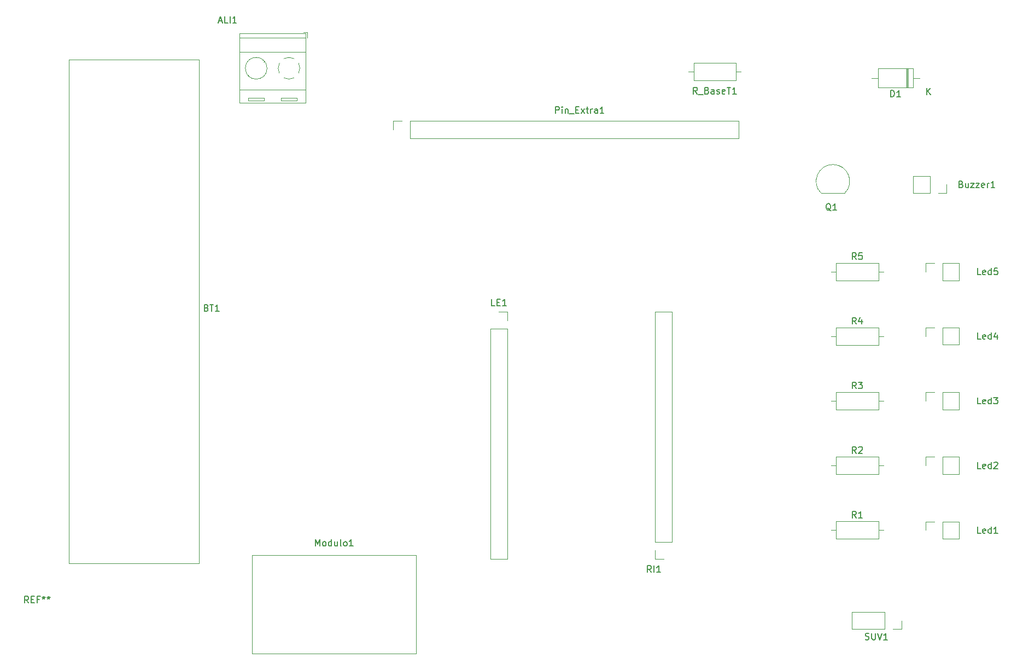
<source format=gbr>
%TF.GenerationSoftware,KiCad,Pcbnew,8.0.8*%
%TF.CreationDate,2025-02-13T16:42:56-05:00*%
%TF.ProjectId,Dise_o Sensor UV,44697365-f16f-4205-9365-6e736f722055,rev?*%
%TF.SameCoordinates,Original*%
%TF.FileFunction,Legend,Top*%
%TF.FilePolarity,Positive*%
%FSLAX46Y46*%
G04 Gerber Fmt 4.6, Leading zero omitted, Abs format (unit mm)*
G04 Created by KiCad (PCBNEW 8.0.8) date 2025-02-13 16:42:56*
%MOMM*%
%LPD*%
G01*
G04 APERTURE LIST*
%ADD10C,0.150000*%
%ADD11C,0.120000*%
G04 APERTURE END LIST*
D10*
X246333333Y-94584819D02*
X246000000Y-94108628D01*
X245761905Y-94584819D02*
X245761905Y-93584819D01*
X245761905Y-93584819D02*
X246142857Y-93584819D01*
X246142857Y-93584819D02*
X246238095Y-93632438D01*
X246238095Y-93632438D02*
X246285714Y-93680057D01*
X246285714Y-93680057D02*
X246333333Y-93775295D01*
X246333333Y-93775295D02*
X246333333Y-93918152D01*
X246333333Y-93918152D02*
X246285714Y-94013390D01*
X246285714Y-94013390D02*
X246238095Y-94061009D01*
X246238095Y-94061009D02*
X246142857Y-94108628D01*
X246142857Y-94108628D02*
X245761905Y-94108628D01*
X246666667Y-93584819D02*
X247285714Y-93584819D01*
X247285714Y-93584819D02*
X246952381Y-93965771D01*
X246952381Y-93965771D02*
X247095238Y-93965771D01*
X247095238Y-93965771D02*
X247190476Y-94013390D01*
X247190476Y-94013390D02*
X247238095Y-94061009D01*
X247238095Y-94061009D02*
X247285714Y-94156247D01*
X247285714Y-94156247D02*
X247285714Y-94394342D01*
X247285714Y-94394342D02*
X247238095Y-94489580D01*
X247238095Y-94489580D02*
X247190476Y-94537200D01*
X247190476Y-94537200D02*
X247095238Y-94584819D01*
X247095238Y-94584819D02*
X246809524Y-94584819D01*
X246809524Y-94584819D02*
X246714286Y-94537200D01*
X246714286Y-94537200D02*
X246666667Y-94489580D01*
X265622380Y-76954819D02*
X265146190Y-76954819D01*
X265146190Y-76954819D02*
X265146190Y-75954819D01*
X266336666Y-76907200D02*
X266241428Y-76954819D01*
X266241428Y-76954819D02*
X266050952Y-76954819D01*
X266050952Y-76954819D02*
X265955714Y-76907200D01*
X265955714Y-76907200D02*
X265908095Y-76811961D01*
X265908095Y-76811961D02*
X265908095Y-76431009D01*
X265908095Y-76431009D02*
X265955714Y-76335771D01*
X265955714Y-76335771D02*
X266050952Y-76288152D01*
X266050952Y-76288152D02*
X266241428Y-76288152D01*
X266241428Y-76288152D02*
X266336666Y-76335771D01*
X266336666Y-76335771D02*
X266384285Y-76431009D01*
X266384285Y-76431009D02*
X266384285Y-76526247D01*
X266384285Y-76526247D02*
X265908095Y-76621485D01*
X267241428Y-76954819D02*
X267241428Y-75954819D01*
X267241428Y-76907200D02*
X267146190Y-76954819D01*
X267146190Y-76954819D02*
X266955714Y-76954819D01*
X266955714Y-76954819D02*
X266860476Y-76907200D01*
X266860476Y-76907200D02*
X266812857Y-76859580D01*
X266812857Y-76859580D02*
X266765238Y-76764342D01*
X266765238Y-76764342D02*
X266765238Y-76478628D01*
X266765238Y-76478628D02*
X266812857Y-76383390D01*
X266812857Y-76383390D02*
X266860476Y-76335771D01*
X266860476Y-76335771D02*
X266955714Y-76288152D01*
X266955714Y-76288152D02*
X267146190Y-76288152D01*
X267146190Y-76288152D02*
X267241428Y-76335771D01*
X268193809Y-75954819D02*
X267717619Y-75954819D01*
X267717619Y-75954819D02*
X267670000Y-76431009D01*
X267670000Y-76431009D02*
X267717619Y-76383390D01*
X267717619Y-76383390D02*
X267812857Y-76335771D01*
X267812857Y-76335771D02*
X268050952Y-76335771D01*
X268050952Y-76335771D02*
X268146190Y-76383390D01*
X268146190Y-76383390D02*
X268193809Y-76431009D01*
X268193809Y-76431009D02*
X268241428Y-76526247D01*
X268241428Y-76526247D02*
X268241428Y-76764342D01*
X268241428Y-76764342D02*
X268193809Y-76859580D01*
X268193809Y-76859580D02*
X268146190Y-76907200D01*
X268146190Y-76907200D02*
X268050952Y-76954819D01*
X268050952Y-76954819D02*
X267812857Y-76954819D01*
X267812857Y-76954819D02*
X267717619Y-76907200D01*
X267717619Y-76907200D02*
X267670000Y-76859580D01*
X214595238Y-123014819D02*
X214261905Y-122538628D01*
X214023810Y-123014819D02*
X214023810Y-122014819D01*
X214023810Y-122014819D02*
X214404762Y-122014819D01*
X214404762Y-122014819D02*
X214500000Y-122062438D01*
X214500000Y-122062438D02*
X214547619Y-122110057D01*
X214547619Y-122110057D02*
X214595238Y-122205295D01*
X214595238Y-122205295D02*
X214595238Y-122348152D01*
X214595238Y-122348152D02*
X214547619Y-122443390D01*
X214547619Y-122443390D02*
X214500000Y-122491009D01*
X214500000Y-122491009D02*
X214404762Y-122538628D01*
X214404762Y-122538628D02*
X214023810Y-122538628D01*
X215023810Y-123014819D02*
X215023810Y-122014819D01*
X216023809Y-123014819D02*
X215452381Y-123014819D01*
X215738095Y-123014819D02*
X215738095Y-122014819D01*
X215738095Y-122014819D02*
X215642857Y-122157676D01*
X215642857Y-122157676D02*
X215547619Y-122252914D01*
X215547619Y-122252914D02*
X215452381Y-122300533D01*
X246333333Y-104584819D02*
X246000000Y-104108628D01*
X245761905Y-104584819D02*
X245761905Y-103584819D01*
X245761905Y-103584819D02*
X246142857Y-103584819D01*
X246142857Y-103584819D02*
X246238095Y-103632438D01*
X246238095Y-103632438D02*
X246285714Y-103680057D01*
X246285714Y-103680057D02*
X246333333Y-103775295D01*
X246333333Y-103775295D02*
X246333333Y-103918152D01*
X246333333Y-103918152D02*
X246285714Y-104013390D01*
X246285714Y-104013390D02*
X246238095Y-104061009D01*
X246238095Y-104061009D02*
X246142857Y-104108628D01*
X246142857Y-104108628D02*
X245761905Y-104108628D01*
X246714286Y-103680057D02*
X246761905Y-103632438D01*
X246761905Y-103632438D02*
X246857143Y-103584819D01*
X246857143Y-103584819D02*
X247095238Y-103584819D01*
X247095238Y-103584819D02*
X247190476Y-103632438D01*
X247190476Y-103632438D02*
X247238095Y-103680057D01*
X247238095Y-103680057D02*
X247285714Y-103775295D01*
X247285714Y-103775295D02*
X247285714Y-103870533D01*
X247285714Y-103870533D02*
X247238095Y-104013390D01*
X247238095Y-104013390D02*
X246666667Y-104584819D01*
X246666667Y-104584819D02*
X247285714Y-104584819D01*
X246333333Y-84584819D02*
X246000000Y-84108628D01*
X245761905Y-84584819D02*
X245761905Y-83584819D01*
X245761905Y-83584819D02*
X246142857Y-83584819D01*
X246142857Y-83584819D02*
X246238095Y-83632438D01*
X246238095Y-83632438D02*
X246285714Y-83680057D01*
X246285714Y-83680057D02*
X246333333Y-83775295D01*
X246333333Y-83775295D02*
X246333333Y-83918152D01*
X246333333Y-83918152D02*
X246285714Y-84013390D01*
X246285714Y-84013390D02*
X246238095Y-84061009D01*
X246238095Y-84061009D02*
X246142857Y-84108628D01*
X246142857Y-84108628D02*
X245761905Y-84108628D01*
X247190476Y-83918152D02*
X247190476Y-84584819D01*
X246952381Y-83537200D02*
X246714286Y-84251485D01*
X246714286Y-84251485D02*
X247333333Y-84251485D01*
X145714285Y-82076009D02*
X145857142Y-82123628D01*
X145857142Y-82123628D02*
X145904761Y-82171247D01*
X145904761Y-82171247D02*
X145952380Y-82266485D01*
X145952380Y-82266485D02*
X145952380Y-82409342D01*
X145952380Y-82409342D02*
X145904761Y-82504580D01*
X145904761Y-82504580D02*
X145857142Y-82552200D01*
X145857142Y-82552200D02*
X145761904Y-82599819D01*
X145761904Y-82599819D02*
X145380952Y-82599819D01*
X145380952Y-82599819D02*
X145380952Y-81599819D01*
X145380952Y-81599819D02*
X145714285Y-81599819D01*
X145714285Y-81599819D02*
X145809523Y-81647438D01*
X145809523Y-81647438D02*
X145857142Y-81695057D01*
X145857142Y-81695057D02*
X145904761Y-81790295D01*
X145904761Y-81790295D02*
X145904761Y-81885533D01*
X145904761Y-81885533D02*
X145857142Y-81980771D01*
X145857142Y-81980771D02*
X145809523Y-82028390D01*
X145809523Y-82028390D02*
X145714285Y-82076009D01*
X145714285Y-82076009D02*
X145380952Y-82076009D01*
X146238095Y-81599819D02*
X146809523Y-81599819D01*
X146523809Y-82599819D02*
X146523809Y-81599819D01*
X147666666Y-82599819D02*
X147095238Y-82599819D01*
X147380952Y-82599819D02*
X147380952Y-81599819D01*
X147380952Y-81599819D02*
X147285714Y-81742676D01*
X147285714Y-81742676D02*
X147190476Y-81837914D01*
X147190476Y-81837914D02*
X147095238Y-81885533D01*
X221705713Y-48954819D02*
X221372380Y-48478628D01*
X221134285Y-48954819D02*
X221134285Y-47954819D01*
X221134285Y-47954819D02*
X221515237Y-47954819D01*
X221515237Y-47954819D02*
X221610475Y-48002438D01*
X221610475Y-48002438D02*
X221658094Y-48050057D01*
X221658094Y-48050057D02*
X221705713Y-48145295D01*
X221705713Y-48145295D02*
X221705713Y-48288152D01*
X221705713Y-48288152D02*
X221658094Y-48383390D01*
X221658094Y-48383390D02*
X221610475Y-48431009D01*
X221610475Y-48431009D02*
X221515237Y-48478628D01*
X221515237Y-48478628D02*
X221134285Y-48478628D01*
X221896190Y-49050057D02*
X222658094Y-49050057D01*
X223229523Y-48431009D02*
X223372380Y-48478628D01*
X223372380Y-48478628D02*
X223419999Y-48526247D01*
X223419999Y-48526247D02*
X223467618Y-48621485D01*
X223467618Y-48621485D02*
X223467618Y-48764342D01*
X223467618Y-48764342D02*
X223419999Y-48859580D01*
X223419999Y-48859580D02*
X223372380Y-48907200D01*
X223372380Y-48907200D02*
X223277142Y-48954819D01*
X223277142Y-48954819D02*
X222896190Y-48954819D01*
X222896190Y-48954819D02*
X222896190Y-47954819D01*
X222896190Y-47954819D02*
X223229523Y-47954819D01*
X223229523Y-47954819D02*
X223324761Y-48002438D01*
X223324761Y-48002438D02*
X223372380Y-48050057D01*
X223372380Y-48050057D02*
X223419999Y-48145295D01*
X223419999Y-48145295D02*
X223419999Y-48240533D01*
X223419999Y-48240533D02*
X223372380Y-48335771D01*
X223372380Y-48335771D02*
X223324761Y-48383390D01*
X223324761Y-48383390D02*
X223229523Y-48431009D01*
X223229523Y-48431009D02*
X222896190Y-48431009D01*
X224324761Y-48954819D02*
X224324761Y-48431009D01*
X224324761Y-48431009D02*
X224277142Y-48335771D01*
X224277142Y-48335771D02*
X224181904Y-48288152D01*
X224181904Y-48288152D02*
X223991428Y-48288152D01*
X223991428Y-48288152D02*
X223896190Y-48335771D01*
X224324761Y-48907200D02*
X224229523Y-48954819D01*
X224229523Y-48954819D02*
X223991428Y-48954819D01*
X223991428Y-48954819D02*
X223896190Y-48907200D01*
X223896190Y-48907200D02*
X223848571Y-48811961D01*
X223848571Y-48811961D02*
X223848571Y-48716723D01*
X223848571Y-48716723D02*
X223896190Y-48621485D01*
X223896190Y-48621485D02*
X223991428Y-48573866D01*
X223991428Y-48573866D02*
X224229523Y-48573866D01*
X224229523Y-48573866D02*
X224324761Y-48526247D01*
X224753333Y-48907200D02*
X224848571Y-48954819D01*
X224848571Y-48954819D02*
X225039047Y-48954819D01*
X225039047Y-48954819D02*
X225134285Y-48907200D01*
X225134285Y-48907200D02*
X225181904Y-48811961D01*
X225181904Y-48811961D02*
X225181904Y-48764342D01*
X225181904Y-48764342D02*
X225134285Y-48669104D01*
X225134285Y-48669104D02*
X225039047Y-48621485D01*
X225039047Y-48621485D02*
X224896190Y-48621485D01*
X224896190Y-48621485D02*
X224800952Y-48573866D01*
X224800952Y-48573866D02*
X224753333Y-48478628D01*
X224753333Y-48478628D02*
X224753333Y-48431009D01*
X224753333Y-48431009D02*
X224800952Y-48335771D01*
X224800952Y-48335771D02*
X224896190Y-48288152D01*
X224896190Y-48288152D02*
X225039047Y-48288152D01*
X225039047Y-48288152D02*
X225134285Y-48335771D01*
X225991428Y-48907200D02*
X225896190Y-48954819D01*
X225896190Y-48954819D02*
X225705714Y-48954819D01*
X225705714Y-48954819D02*
X225610476Y-48907200D01*
X225610476Y-48907200D02*
X225562857Y-48811961D01*
X225562857Y-48811961D02*
X225562857Y-48431009D01*
X225562857Y-48431009D02*
X225610476Y-48335771D01*
X225610476Y-48335771D02*
X225705714Y-48288152D01*
X225705714Y-48288152D02*
X225896190Y-48288152D01*
X225896190Y-48288152D02*
X225991428Y-48335771D01*
X225991428Y-48335771D02*
X226039047Y-48431009D01*
X226039047Y-48431009D02*
X226039047Y-48526247D01*
X226039047Y-48526247D02*
X225562857Y-48621485D01*
X226324762Y-47954819D02*
X226896190Y-47954819D01*
X226610476Y-48954819D02*
X226610476Y-47954819D01*
X227753333Y-48954819D02*
X227181905Y-48954819D01*
X227467619Y-48954819D02*
X227467619Y-47954819D01*
X227467619Y-47954819D02*
X227372381Y-48097676D01*
X227372381Y-48097676D02*
X227277143Y-48192914D01*
X227277143Y-48192914D02*
X227181905Y-48240533D01*
X246333333Y-74584819D02*
X246000000Y-74108628D01*
X245761905Y-74584819D02*
X245761905Y-73584819D01*
X245761905Y-73584819D02*
X246142857Y-73584819D01*
X246142857Y-73584819D02*
X246238095Y-73632438D01*
X246238095Y-73632438D02*
X246285714Y-73680057D01*
X246285714Y-73680057D02*
X246333333Y-73775295D01*
X246333333Y-73775295D02*
X246333333Y-73918152D01*
X246333333Y-73918152D02*
X246285714Y-74013390D01*
X246285714Y-74013390D02*
X246238095Y-74061009D01*
X246238095Y-74061009D02*
X246142857Y-74108628D01*
X246142857Y-74108628D02*
X245761905Y-74108628D01*
X247238095Y-73584819D02*
X246761905Y-73584819D01*
X246761905Y-73584819D02*
X246714286Y-74061009D01*
X246714286Y-74061009D02*
X246761905Y-74013390D01*
X246761905Y-74013390D02*
X246857143Y-73965771D01*
X246857143Y-73965771D02*
X247095238Y-73965771D01*
X247095238Y-73965771D02*
X247190476Y-74013390D01*
X247190476Y-74013390D02*
X247238095Y-74061009D01*
X247238095Y-74061009D02*
X247285714Y-74156247D01*
X247285714Y-74156247D02*
X247285714Y-74394342D01*
X247285714Y-74394342D02*
X247238095Y-74489580D01*
X247238095Y-74489580D02*
X247190476Y-74537200D01*
X247190476Y-74537200D02*
X247095238Y-74584819D01*
X247095238Y-74584819D02*
X246857143Y-74584819D01*
X246857143Y-74584819D02*
X246761905Y-74537200D01*
X246761905Y-74537200D02*
X246714286Y-74489580D01*
X118166666Y-127754819D02*
X117833333Y-127278628D01*
X117595238Y-127754819D02*
X117595238Y-126754819D01*
X117595238Y-126754819D02*
X117976190Y-126754819D01*
X117976190Y-126754819D02*
X118071428Y-126802438D01*
X118071428Y-126802438D02*
X118119047Y-126850057D01*
X118119047Y-126850057D02*
X118166666Y-126945295D01*
X118166666Y-126945295D02*
X118166666Y-127088152D01*
X118166666Y-127088152D02*
X118119047Y-127183390D01*
X118119047Y-127183390D02*
X118071428Y-127231009D01*
X118071428Y-127231009D02*
X117976190Y-127278628D01*
X117976190Y-127278628D02*
X117595238Y-127278628D01*
X118595238Y-127231009D02*
X118928571Y-127231009D01*
X119071428Y-127754819D02*
X118595238Y-127754819D01*
X118595238Y-127754819D02*
X118595238Y-126754819D01*
X118595238Y-126754819D02*
X119071428Y-126754819D01*
X119833333Y-127231009D02*
X119500000Y-127231009D01*
X119500000Y-127754819D02*
X119500000Y-126754819D01*
X119500000Y-126754819D02*
X119976190Y-126754819D01*
X120500000Y-126754819D02*
X120500000Y-126992914D01*
X120261905Y-126897676D02*
X120500000Y-126992914D01*
X120500000Y-126992914D02*
X120738095Y-126897676D01*
X120357143Y-127183390D02*
X120500000Y-126992914D01*
X120500000Y-126992914D02*
X120642857Y-127183390D01*
X121261905Y-126754819D02*
X121261905Y-126992914D01*
X121023810Y-126897676D02*
X121261905Y-126992914D01*
X121261905Y-126992914D02*
X121500000Y-126897676D01*
X121119048Y-127183390D02*
X121261905Y-126992914D01*
X121261905Y-126992914D02*
X121404762Y-127183390D01*
X247745714Y-133407200D02*
X247888571Y-133454819D01*
X247888571Y-133454819D02*
X248126666Y-133454819D01*
X248126666Y-133454819D02*
X248221904Y-133407200D01*
X248221904Y-133407200D02*
X248269523Y-133359580D01*
X248269523Y-133359580D02*
X248317142Y-133264342D01*
X248317142Y-133264342D02*
X248317142Y-133169104D01*
X248317142Y-133169104D02*
X248269523Y-133073866D01*
X248269523Y-133073866D02*
X248221904Y-133026247D01*
X248221904Y-133026247D02*
X248126666Y-132978628D01*
X248126666Y-132978628D02*
X247936190Y-132931009D01*
X247936190Y-132931009D02*
X247840952Y-132883390D01*
X247840952Y-132883390D02*
X247793333Y-132835771D01*
X247793333Y-132835771D02*
X247745714Y-132740533D01*
X247745714Y-132740533D02*
X247745714Y-132645295D01*
X247745714Y-132645295D02*
X247793333Y-132550057D01*
X247793333Y-132550057D02*
X247840952Y-132502438D01*
X247840952Y-132502438D02*
X247936190Y-132454819D01*
X247936190Y-132454819D02*
X248174285Y-132454819D01*
X248174285Y-132454819D02*
X248317142Y-132502438D01*
X248745714Y-132454819D02*
X248745714Y-133264342D01*
X248745714Y-133264342D02*
X248793333Y-133359580D01*
X248793333Y-133359580D02*
X248840952Y-133407200D01*
X248840952Y-133407200D02*
X248936190Y-133454819D01*
X248936190Y-133454819D02*
X249126666Y-133454819D01*
X249126666Y-133454819D02*
X249221904Y-133407200D01*
X249221904Y-133407200D02*
X249269523Y-133359580D01*
X249269523Y-133359580D02*
X249317142Y-133264342D01*
X249317142Y-133264342D02*
X249317142Y-132454819D01*
X249650476Y-132454819D02*
X249983809Y-133454819D01*
X249983809Y-133454819D02*
X250317142Y-132454819D01*
X251174285Y-133454819D02*
X250602857Y-133454819D01*
X250888571Y-133454819D02*
X250888571Y-132454819D01*
X250888571Y-132454819D02*
X250793333Y-132597676D01*
X250793333Y-132597676D02*
X250698095Y-132692914D01*
X250698095Y-132692914D02*
X250602857Y-132740533D01*
X246333333Y-114584819D02*
X246000000Y-114108628D01*
X245761905Y-114584819D02*
X245761905Y-113584819D01*
X245761905Y-113584819D02*
X246142857Y-113584819D01*
X246142857Y-113584819D02*
X246238095Y-113632438D01*
X246238095Y-113632438D02*
X246285714Y-113680057D01*
X246285714Y-113680057D02*
X246333333Y-113775295D01*
X246333333Y-113775295D02*
X246333333Y-113918152D01*
X246333333Y-113918152D02*
X246285714Y-114013390D01*
X246285714Y-114013390D02*
X246238095Y-114061009D01*
X246238095Y-114061009D02*
X246142857Y-114108628D01*
X246142857Y-114108628D02*
X245761905Y-114108628D01*
X247285714Y-114584819D02*
X246714286Y-114584819D01*
X247000000Y-114584819D02*
X247000000Y-113584819D01*
X247000000Y-113584819D02*
X246904762Y-113727676D01*
X246904762Y-113727676D02*
X246809524Y-113822914D01*
X246809524Y-113822914D02*
X246714286Y-113870533D01*
X251681905Y-49424819D02*
X251681905Y-48424819D01*
X251681905Y-48424819D02*
X251920000Y-48424819D01*
X251920000Y-48424819D02*
X252062857Y-48472438D01*
X252062857Y-48472438D02*
X252158095Y-48567676D01*
X252158095Y-48567676D02*
X252205714Y-48662914D01*
X252205714Y-48662914D02*
X252253333Y-48853390D01*
X252253333Y-48853390D02*
X252253333Y-48996247D01*
X252253333Y-48996247D02*
X252205714Y-49186723D01*
X252205714Y-49186723D02*
X252158095Y-49281961D01*
X252158095Y-49281961D02*
X252062857Y-49377200D01*
X252062857Y-49377200D02*
X251920000Y-49424819D01*
X251920000Y-49424819D02*
X251681905Y-49424819D01*
X253205714Y-49424819D02*
X252634286Y-49424819D01*
X252920000Y-49424819D02*
X252920000Y-48424819D01*
X252920000Y-48424819D02*
X252824762Y-48567676D01*
X252824762Y-48567676D02*
X252729524Y-48662914D01*
X252729524Y-48662914D02*
X252634286Y-48710533D01*
X257238095Y-49054819D02*
X257238095Y-48054819D01*
X257809523Y-49054819D02*
X257380952Y-48483390D01*
X257809523Y-48054819D02*
X257238095Y-48626247D01*
X199785714Y-51954819D02*
X199785714Y-50954819D01*
X199785714Y-50954819D02*
X200166666Y-50954819D01*
X200166666Y-50954819D02*
X200261904Y-51002438D01*
X200261904Y-51002438D02*
X200309523Y-51050057D01*
X200309523Y-51050057D02*
X200357142Y-51145295D01*
X200357142Y-51145295D02*
X200357142Y-51288152D01*
X200357142Y-51288152D02*
X200309523Y-51383390D01*
X200309523Y-51383390D02*
X200261904Y-51431009D01*
X200261904Y-51431009D02*
X200166666Y-51478628D01*
X200166666Y-51478628D02*
X199785714Y-51478628D01*
X200785714Y-51954819D02*
X200785714Y-51288152D01*
X200785714Y-50954819D02*
X200738095Y-51002438D01*
X200738095Y-51002438D02*
X200785714Y-51050057D01*
X200785714Y-51050057D02*
X200833333Y-51002438D01*
X200833333Y-51002438D02*
X200785714Y-50954819D01*
X200785714Y-50954819D02*
X200785714Y-51050057D01*
X201261904Y-51288152D02*
X201261904Y-51954819D01*
X201261904Y-51383390D02*
X201309523Y-51335771D01*
X201309523Y-51335771D02*
X201404761Y-51288152D01*
X201404761Y-51288152D02*
X201547618Y-51288152D01*
X201547618Y-51288152D02*
X201642856Y-51335771D01*
X201642856Y-51335771D02*
X201690475Y-51431009D01*
X201690475Y-51431009D02*
X201690475Y-51954819D01*
X201928571Y-52050057D02*
X202690475Y-52050057D01*
X202928571Y-51431009D02*
X203261904Y-51431009D01*
X203404761Y-51954819D02*
X202928571Y-51954819D01*
X202928571Y-51954819D02*
X202928571Y-50954819D01*
X202928571Y-50954819D02*
X203404761Y-50954819D01*
X203738095Y-51954819D02*
X204261904Y-51288152D01*
X203738095Y-51288152D02*
X204261904Y-51954819D01*
X204500000Y-51288152D02*
X204880952Y-51288152D01*
X204642857Y-50954819D02*
X204642857Y-51811961D01*
X204642857Y-51811961D02*
X204690476Y-51907200D01*
X204690476Y-51907200D02*
X204785714Y-51954819D01*
X204785714Y-51954819D02*
X204880952Y-51954819D01*
X205214286Y-51954819D02*
X205214286Y-51288152D01*
X205214286Y-51478628D02*
X205261905Y-51383390D01*
X205261905Y-51383390D02*
X205309524Y-51335771D01*
X205309524Y-51335771D02*
X205404762Y-51288152D01*
X205404762Y-51288152D02*
X205500000Y-51288152D01*
X206261905Y-51954819D02*
X206261905Y-51431009D01*
X206261905Y-51431009D02*
X206214286Y-51335771D01*
X206214286Y-51335771D02*
X206119048Y-51288152D01*
X206119048Y-51288152D02*
X205928572Y-51288152D01*
X205928572Y-51288152D02*
X205833334Y-51335771D01*
X206261905Y-51907200D02*
X206166667Y-51954819D01*
X206166667Y-51954819D02*
X205928572Y-51954819D01*
X205928572Y-51954819D02*
X205833334Y-51907200D01*
X205833334Y-51907200D02*
X205785715Y-51811961D01*
X205785715Y-51811961D02*
X205785715Y-51716723D01*
X205785715Y-51716723D02*
X205833334Y-51621485D01*
X205833334Y-51621485D02*
X205928572Y-51573866D01*
X205928572Y-51573866D02*
X206166667Y-51573866D01*
X206166667Y-51573866D02*
X206261905Y-51526247D01*
X207261905Y-51954819D02*
X206690477Y-51954819D01*
X206976191Y-51954819D02*
X206976191Y-50954819D01*
X206976191Y-50954819D02*
X206880953Y-51097676D01*
X206880953Y-51097676D02*
X206785715Y-51192914D01*
X206785715Y-51192914D02*
X206690477Y-51240533D01*
X190380952Y-81744819D02*
X189904762Y-81744819D01*
X189904762Y-81744819D02*
X189904762Y-80744819D01*
X190714286Y-81221009D02*
X191047619Y-81221009D01*
X191190476Y-81744819D02*
X190714286Y-81744819D01*
X190714286Y-81744819D02*
X190714286Y-80744819D01*
X190714286Y-80744819D02*
X191190476Y-80744819D01*
X192142857Y-81744819D02*
X191571429Y-81744819D01*
X191857143Y-81744819D02*
X191857143Y-80744819D01*
X191857143Y-80744819D02*
X191761905Y-80887676D01*
X191761905Y-80887676D02*
X191666667Y-80982914D01*
X191666667Y-80982914D02*
X191571429Y-81030533D01*
X242404761Y-67050057D02*
X242309523Y-67002438D01*
X242309523Y-67002438D02*
X242214285Y-66907200D01*
X242214285Y-66907200D02*
X242071428Y-66764342D01*
X242071428Y-66764342D02*
X241976190Y-66716723D01*
X241976190Y-66716723D02*
X241880952Y-66716723D01*
X241928571Y-66954819D02*
X241833333Y-66907200D01*
X241833333Y-66907200D02*
X241738095Y-66811961D01*
X241738095Y-66811961D02*
X241690476Y-66621485D01*
X241690476Y-66621485D02*
X241690476Y-66288152D01*
X241690476Y-66288152D02*
X241738095Y-66097676D01*
X241738095Y-66097676D02*
X241833333Y-66002438D01*
X241833333Y-66002438D02*
X241928571Y-65954819D01*
X241928571Y-65954819D02*
X242119047Y-65954819D01*
X242119047Y-65954819D02*
X242214285Y-66002438D01*
X242214285Y-66002438D02*
X242309523Y-66097676D01*
X242309523Y-66097676D02*
X242357142Y-66288152D01*
X242357142Y-66288152D02*
X242357142Y-66621485D01*
X242357142Y-66621485D02*
X242309523Y-66811961D01*
X242309523Y-66811961D02*
X242214285Y-66907200D01*
X242214285Y-66907200D02*
X242119047Y-66954819D01*
X242119047Y-66954819D02*
X241928571Y-66954819D01*
X243309523Y-66954819D02*
X242738095Y-66954819D01*
X243023809Y-66954819D02*
X243023809Y-65954819D01*
X243023809Y-65954819D02*
X242928571Y-66097676D01*
X242928571Y-66097676D02*
X242833333Y-66192914D01*
X242833333Y-66192914D02*
X242738095Y-66240533D01*
X265622380Y-96954819D02*
X265146190Y-96954819D01*
X265146190Y-96954819D02*
X265146190Y-95954819D01*
X266336666Y-96907200D02*
X266241428Y-96954819D01*
X266241428Y-96954819D02*
X266050952Y-96954819D01*
X266050952Y-96954819D02*
X265955714Y-96907200D01*
X265955714Y-96907200D02*
X265908095Y-96811961D01*
X265908095Y-96811961D02*
X265908095Y-96431009D01*
X265908095Y-96431009D02*
X265955714Y-96335771D01*
X265955714Y-96335771D02*
X266050952Y-96288152D01*
X266050952Y-96288152D02*
X266241428Y-96288152D01*
X266241428Y-96288152D02*
X266336666Y-96335771D01*
X266336666Y-96335771D02*
X266384285Y-96431009D01*
X266384285Y-96431009D02*
X266384285Y-96526247D01*
X266384285Y-96526247D02*
X265908095Y-96621485D01*
X267241428Y-96954819D02*
X267241428Y-95954819D01*
X267241428Y-96907200D02*
X267146190Y-96954819D01*
X267146190Y-96954819D02*
X266955714Y-96954819D01*
X266955714Y-96954819D02*
X266860476Y-96907200D01*
X266860476Y-96907200D02*
X266812857Y-96859580D01*
X266812857Y-96859580D02*
X266765238Y-96764342D01*
X266765238Y-96764342D02*
X266765238Y-96478628D01*
X266765238Y-96478628D02*
X266812857Y-96383390D01*
X266812857Y-96383390D02*
X266860476Y-96335771D01*
X266860476Y-96335771D02*
X266955714Y-96288152D01*
X266955714Y-96288152D02*
X267146190Y-96288152D01*
X267146190Y-96288152D02*
X267241428Y-96335771D01*
X267622381Y-95954819D02*
X268241428Y-95954819D01*
X268241428Y-95954819D02*
X267908095Y-96335771D01*
X267908095Y-96335771D02*
X268050952Y-96335771D01*
X268050952Y-96335771D02*
X268146190Y-96383390D01*
X268146190Y-96383390D02*
X268193809Y-96431009D01*
X268193809Y-96431009D02*
X268241428Y-96526247D01*
X268241428Y-96526247D02*
X268241428Y-96764342D01*
X268241428Y-96764342D02*
X268193809Y-96859580D01*
X268193809Y-96859580D02*
X268146190Y-96907200D01*
X268146190Y-96907200D02*
X268050952Y-96954819D01*
X268050952Y-96954819D02*
X267765238Y-96954819D01*
X267765238Y-96954819D02*
X267670000Y-96907200D01*
X267670000Y-96907200D02*
X267622381Y-96859580D01*
X162619047Y-118954819D02*
X162619047Y-117954819D01*
X162619047Y-117954819D02*
X162952380Y-118669104D01*
X162952380Y-118669104D02*
X163285713Y-117954819D01*
X163285713Y-117954819D02*
X163285713Y-118954819D01*
X163904761Y-118954819D02*
X163809523Y-118907200D01*
X163809523Y-118907200D02*
X163761904Y-118859580D01*
X163761904Y-118859580D02*
X163714285Y-118764342D01*
X163714285Y-118764342D02*
X163714285Y-118478628D01*
X163714285Y-118478628D02*
X163761904Y-118383390D01*
X163761904Y-118383390D02*
X163809523Y-118335771D01*
X163809523Y-118335771D02*
X163904761Y-118288152D01*
X163904761Y-118288152D02*
X164047618Y-118288152D01*
X164047618Y-118288152D02*
X164142856Y-118335771D01*
X164142856Y-118335771D02*
X164190475Y-118383390D01*
X164190475Y-118383390D02*
X164238094Y-118478628D01*
X164238094Y-118478628D02*
X164238094Y-118764342D01*
X164238094Y-118764342D02*
X164190475Y-118859580D01*
X164190475Y-118859580D02*
X164142856Y-118907200D01*
X164142856Y-118907200D02*
X164047618Y-118954819D01*
X164047618Y-118954819D02*
X163904761Y-118954819D01*
X165095237Y-118954819D02*
X165095237Y-117954819D01*
X165095237Y-118907200D02*
X164999999Y-118954819D01*
X164999999Y-118954819D02*
X164809523Y-118954819D01*
X164809523Y-118954819D02*
X164714285Y-118907200D01*
X164714285Y-118907200D02*
X164666666Y-118859580D01*
X164666666Y-118859580D02*
X164619047Y-118764342D01*
X164619047Y-118764342D02*
X164619047Y-118478628D01*
X164619047Y-118478628D02*
X164666666Y-118383390D01*
X164666666Y-118383390D02*
X164714285Y-118335771D01*
X164714285Y-118335771D02*
X164809523Y-118288152D01*
X164809523Y-118288152D02*
X164999999Y-118288152D01*
X164999999Y-118288152D02*
X165095237Y-118335771D01*
X165999999Y-118288152D02*
X165999999Y-118954819D01*
X165571428Y-118288152D02*
X165571428Y-118811961D01*
X165571428Y-118811961D02*
X165619047Y-118907200D01*
X165619047Y-118907200D02*
X165714285Y-118954819D01*
X165714285Y-118954819D02*
X165857142Y-118954819D01*
X165857142Y-118954819D02*
X165952380Y-118907200D01*
X165952380Y-118907200D02*
X165999999Y-118859580D01*
X166619047Y-118954819D02*
X166523809Y-118907200D01*
X166523809Y-118907200D02*
X166476190Y-118811961D01*
X166476190Y-118811961D02*
X166476190Y-117954819D01*
X167142857Y-118954819D02*
X167047619Y-118907200D01*
X167047619Y-118907200D02*
X167000000Y-118859580D01*
X167000000Y-118859580D02*
X166952381Y-118764342D01*
X166952381Y-118764342D02*
X166952381Y-118478628D01*
X166952381Y-118478628D02*
X167000000Y-118383390D01*
X167000000Y-118383390D02*
X167047619Y-118335771D01*
X167047619Y-118335771D02*
X167142857Y-118288152D01*
X167142857Y-118288152D02*
X167285714Y-118288152D01*
X167285714Y-118288152D02*
X167380952Y-118335771D01*
X167380952Y-118335771D02*
X167428571Y-118383390D01*
X167428571Y-118383390D02*
X167476190Y-118478628D01*
X167476190Y-118478628D02*
X167476190Y-118764342D01*
X167476190Y-118764342D02*
X167428571Y-118859580D01*
X167428571Y-118859580D02*
X167380952Y-118907200D01*
X167380952Y-118907200D02*
X167285714Y-118954819D01*
X167285714Y-118954819D02*
X167142857Y-118954819D01*
X168428571Y-118954819D02*
X167857143Y-118954819D01*
X168142857Y-118954819D02*
X168142857Y-117954819D01*
X168142857Y-117954819D02*
X168047619Y-118097676D01*
X168047619Y-118097676D02*
X167952381Y-118192914D01*
X167952381Y-118192914D02*
X167857143Y-118240533D01*
X265622380Y-106954819D02*
X265146190Y-106954819D01*
X265146190Y-106954819D02*
X265146190Y-105954819D01*
X266336666Y-106907200D02*
X266241428Y-106954819D01*
X266241428Y-106954819D02*
X266050952Y-106954819D01*
X266050952Y-106954819D02*
X265955714Y-106907200D01*
X265955714Y-106907200D02*
X265908095Y-106811961D01*
X265908095Y-106811961D02*
X265908095Y-106431009D01*
X265908095Y-106431009D02*
X265955714Y-106335771D01*
X265955714Y-106335771D02*
X266050952Y-106288152D01*
X266050952Y-106288152D02*
X266241428Y-106288152D01*
X266241428Y-106288152D02*
X266336666Y-106335771D01*
X266336666Y-106335771D02*
X266384285Y-106431009D01*
X266384285Y-106431009D02*
X266384285Y-106526247D01*
X266384285Y-106526247D02*
X265908095Y-106621485D01*
X267241428Y-106954819D02*
X267241428Y-105954819D01*
X267241428Y-106907200D02*
X267146190Y-106954819D01*
X267146190Y-106954819D02*
X266955714Y-106954819D01*
X266955714Y-106954819D02*
X266860476Y-106907200D01*
X266860476Y-106907200D02*
X266812857Y-106859580D01*
X266812857Y-106859580D02*
X266765238Y-106764342D01*
X266765238Y-106764342D02*
X266765238Y-106478628D01*
X266765238Y-106478628D02*
X266812857Y-106383390D01*
X266812857Y-106383390D02*
X266860476Y-106335771D01*
X266860476Y-106335771D02*
X266955714Y-106288152D01*
X266955714Y-106288152D02*
X267146190Y-106288152D01*
X267146190Y-106288152D02*
X267241428Y-106335771D01*
X267670000Y-106050057D02*
X267717619Y-106002438D01*
X267717619Y-106002438D02*
X267812857Y-105954819D01*
X267812857Y-105954819D02*
X268050952Y-105954819D01*
X268050952Y-105954819D02*
X268146190Y-106002438D01*
X268146190Y-106002438D02*
X268193809Y-106050057D01*
X268193809Y-106050057D02*
X268241428Y-106145295D01*
X268241428Y-106145295D02*
X268241428Y-106240533D01*
X268241428Y-106240533D02*
X268193809Y-106383390D01*
X268193809Y-106383390D02*
X267622381Y-106954819D01*
X267622381Y-106954819D02*
X268241428Y-106954819D01*
X265622380Y-116979819D02*
X265146190Y-116979819D01*
X265146190Y-116979819D02*
X265146190Y-115979819D01*
X266336666Y-116932200D02*
X266241428Y-116979819D01*
X266241428Y-116979819D02*
X266050952Y-116979819D01*
X266050952Y-116979819D02*
X265955714Y-116932200D01*
X265955714Y-116932200D02*
X265908095Y-116836961D01*
X265908095Y-116836961D02*
X265908095Y-116456009D01*
X265908095Y-116456009D02*
X265955714Y-116360771D01*
X265955714Y-116360771D02*
X266050952Y-116313152D01*
X266050952Y-116313152D02*
X266241428Y-116313152D01*
X266241428Y-116313152D02*
X266336666Y-116360771D01*
X266336666Y-116360771D02*
X266384285Y-116456009D01*
X266384285Y-116456009D02*
X266384285Y-116551247D01*
X266384285Y-116551247D02*
X265908095Y-116646485D01*
X267241428Y-116979819D02*
X267241428Y-115979819D01*
X267241428Y-116932200D02*
X267146190Y-116979819D01*
X267146190Y-116979819D02*
X266955714Y-116979819D01*
X266955714Y-116979819D02*
X266860476Y-116932200D01*
X266860476Y-116932200D02*
X266812857Y-116884580D01*
X266812857Y-116884580D02*
X266765238Y-116789342D01*
X266765238Y-116789342D02*
X266765238Y-116503628D01*
X266765238Y-116503628D02*
X266812857Y-116408390D01*
X266812857Y-116408390D02*
X266860476Y-116360771D01*
X266860476Y-116360771D02*
X266955714Y-116313152D01*
X266955714Y-116313152D02*
X267146190Y-116313152D01*
X267146190Y-116313152D02*
X267241428Y-116360771D01*
X268241428Y-116979819D02*
X267670000Y-116979819D01*
X267955714Y-116979819D02*
X267955714Y-115979819D01*
X267955714Y-115979819D02*
X267860476Y-116122676D01*
X267860476Y-116122676D02*
X267765238Y-116217914D01*
X267765238Y-116217914D02*
X267670000Y-116265533D01*
X265622380Y-86929819D02*
X265146190Y-86929819D01*
X265146190Y-86929819D02*
X265146190Y-85929819D01*
X266336666Y-86882200D02*
X266241428Y-86929819D01*
X266241428Y-86929819D02*
X266050952Y-86929819D01*
X266050952Y-86929819D02*
X265955714Y-86882200D01*
X265955714Y-86882200D02*
X265908095Y-86786961D01*
X265908095Y-86786961D02*
X265908095Y-86406009D01*
X265908095Y-86406009D02*
X265955714Y-86310771D01*
X265955714Y-86310771D02*
X266050952Y-86263152D01*
X266050952Y-86263152D02*
X266241428Y-86263152D01*
X266241428Y-86263152D02*
X266336666Y-86310771D01*
X266336666Y-86310771D02*
X266384285Y-86406009D01*
X266384285Y-86406009D02*
X266384285Y-86501247D01*
X266384285Y-86501247D02*
X265908095Y-86596485D01*
X267241428Y-86929819D02*
X267241428Y-85929819D01*
X267241428Y-86882200D02*
X267146190Y-86929819D01*
X267146190Y-86929819D02*
X266955714Y-86929819D01*
X266955714Y-86929819D02*
X266860476Y-86882200D01*
X266860476Y-86882200D02*
X266812857Y-86834580D01*
X266812857Y-86834580D02*
X266765238Y-86739342D01*
X266765238Y-86739342D02*
X266765238Y-86453628D01*
X266765238Y-86453628D02*
X266812857Y-86358390D01*
X266812857Y-86358390D02*
X266860476Y-86310771D01*
X266860476Y-86310771D02*
X266955714Y-86263152D01*
X266955714Y-86263152D02*
X267146190Y-86263152D01*
X267146190Y-86263152D02*
X267241428Y-86310771D01*
X268146190Y-86263152D02*
X268146190Y-86929819D01*
X267908095Y-85882200D02*
X267670000Y-86596485D01*
X267670000Y-86596485D02*
X268289047Y-86596485D01*
X147642857Y-37669104D02*
X148119047Y-37669104D01*
X147547619Y-37954819D02*
X147880952Y-36954819D01*
X147880952Y-36954819D02*
X148214285Y-37954819D01*
X149023809Y-37954819D02*
X148547619Y-37954819D01*
X148547619Y-37954819D02*
X148547619Y-36954819D01*
X149357143Y-37954819D02*
X149357143Y-36954819D01*
X150357142Y-37954819D02*
X149785714Y-37954819D01*
X150071428Y-37954819D02*
X150071428Y-36954819D01*
X150071428Y-36954819D02*
X149976190Y-37097676D01*
X149976190Y-37097676D02*
X149880952Y-37192914D01*
X149880952Y-37192914D02*
X149785714Y-37240533D01*
X262595237Y-62931009D02*
X262738094Y-62978628D01*
X262738094Y-62978628D02*
X262785713Y-63026247D01*
X262785713Y-63026247D02*
X262833332Y-63121485D01*
X262833332Y-63121485D02*
X262833332Y-63264342D01*
X262833332Y-63264342D02*
X262785713Y-63359580D01*
X262785713Y-63359580D02*
X262738094Y-63407200D01*
X262738094Y-63407200D02*
X262642856Y-63454819D01*
X262642856Y-63454819D02*
X262261904Y-63454819D01*
X262261904Y-63454819D02*
X262261904Y-62454819D01*
X262261904Y-62454819D02*
X262595237Y-62454819D01*
X262595237Y-62454819D02*
X262690475Y-62502438D01*
X262690475Y-62502438D02*
X262738094Y-62550057D01*
X262738094Y-62550057D02*
X262785713Y-62645295D01*
X262785713Y-62645295D02*
X262785713Y-62740533D01*
X262785713Y-62740533D02*
X262738094Y-62835771D01*
X262738094Y-62835771D02*
X262690475Y-62883390D01*
X262690475Y-62883390D02*
X262595237Y-62931009D01*
X262595237Y-62931009D02*
X262261904Y-62931009D01*
X263690475Y-62788152D02*
X263690475Y-63454819D01*
X263261904Y-62788152D02*
X263261904Y-63311961D01*
X263261904Y-63311961D02*
X263309523Y-63407200D01*
X263309523Y-63407200D02*
X263404761Y-63454819D01*
X263404761Y-63454819D02*
X263547618Y-63454819D01*
X263547618Y-63454819D02*
X263642856Y-63407200D01*
X263642856Y-63407200D02*
X263690475Y-63359580D01*
X264071428Y-62788152D02*
X264595237Y-62788152D01*
X264595237Y-62788152D02*
X264071428Y-63454819D01*
X264071428Y-63454819D02*
X264595237Y-63454819D01*
X264880952Y-62788152D02*
X265404761Y-62788152D01*
X265404761Y-62788152D02*
X264880952Y-63454819D01*
X264880952Y-63454819D02*
X265404761Y-63454819D01*
X266166666Y-63407200D02*
X266071428Y-63454819D01*
X266071428Y-63454819D02*
X265880952Y-63454819D01*
X265880952Y-63454819D02*
X265785714Y-63407200D01*
X265785714Y-63407200D02*
X265738095Y-63311961D01*
X265738095Y-63311961D02*
X265738095Y-62931009D01*
X265738095Y-62931009D02*
X265785714Y-62835771D01*
X265785714Y-62835771D02*
X265880952Y-62788152D01*
X265880952Y-62788152D02*
X266071428Y-62788152D01*
X266071428Y-62788152D02*
X266166666Y-62835771D01*
X266166666Y-62835771D02*
X266214285Y-62931009D01*
X266214285Y-62931009D02*
X266214285Y-63026247D01*
X266214285Y-63026247D02*
X265738095Y-63121485D01*
X266642857Y-63454819D02*
X266642857Y-62788152D01*
X266642857Y-62978628D02*
X266690476Y-62883390D01*
X266690476Y-62883390D02*
X266738095Y-62835771D01*
X266738095Y-62835771D02*
X266833333Y-62788152D01*
X266833333Y-62788152D02*
X266928571Y-62788152D01*
X267785714Y-63454819D02*
X267214286Y-63454819D01*
X267500000Y-63454819D02*
X267500000Y-62454819D01*
X267500000Y-62454819D02*
X267404762Y-62597676D01*
X267404762Y-62597676D02*
X267309524Y-62692914D01*
X267309524Y-62692914D02*
X267214286Y-62740533D01*
D11*
%TO.C,R3*%
X242460000Y-96500000D02*
X243230000Y-96500000D01*
X243230000Y-95130000D02*
X243230000Y-97870000D01*
X243230000Y-97870000D02*
X249770000Y-97870000D01*
X249770000Y-95130000D02*
X243230000Y-95130000D01*
X249770000Y-97870000D02*
X249770000Y-95130000D01*
X250540000Y-96500000D02*
X249770000Y-96500000D01*
%TO.C,Led5*%
X262290000Y-77830000D02*
X262290000Y-75170000D01*
X259690000Y-77830000D02*
X262290000Y-77830000D01*
X259690000Y-77830000D02*
X259690000Y-75170000D01*
X259690000Y-75170000D02*
X262290000Y-75170000D01*
X257090000Y-76500000D02*
X257090000Y-75170000D01*
X257090000Y-75170000D02*
X258420000Y-75170000D01*
%TO.C,RI1*%
X215170000Y-118350000D02*
X215170000Y-82730000D01*
X215170000Y-120950000D02*
X215170000Y-119620000D01*
X216500000Y-120950000D02*
X215170000Y-120950000D01*
X217830000Y-82730000D02*
X215170000Y-82730000D01*
X217830000Y-118350000D02*
X215170000Y-118350000D01*
X217830000Y-118350000D02*
X217830000Y-82730000D01*
%TO.C,R2*%
X242460000Y-106500000D02*
X243230000Y-106500000D01*
X243230000Y-105130000D02*
X243230000Y-107870000D01*
X243230000Y-107870000D02*
X249770000Y-107870000D01*
X249770000Y-105130000D02*
X243230000Y-105130000D01*
X249770000Y-107870000D02*
X249770000Y-105130000D01*
X250540000Y-106500000D02*
X249770000Y-106500000D01*
%TO.C,R4*%
X242460000Y-86500000D02*
X243230000Y-86500000D01*
X243230000Y-85130000D02*
X243230000Y-87870000D01*
X243230000Y-87870000D02*
X249770000Y-87870000D01*
X249770000Y-85130000D02*
X243230000Y-85130000D01*
X249770000Y-87870000D02*
X249770000Y-85130000D01*
X250540000Y-86500000D02*
X249770000Y-86500000D01*
%TO.C,BT1*%
X124450000Y-43645000D02*
X144550000Y-43645000D01*
X124450000Y-121645000D02*
X124450000Y-43645000D01*
X144550000Y-43645000D02*
X144550000Y-121645000D01*
X144550000Y-121645000D02*
X124450000Y-121645000D01*
%TO.C,R_BaseT1*%
X220380000Y-45500000D02*
X221150000Y-45500000D01*
X221150000Y-44130000D02*
X221150000Y-46870000D01*
X221150000Y-46870000D02*
X227690000Y-46870000D01*
X227690000Y-44130000D02*
X221150000Y-44130000D01*
X227690000Y-46870000D02*
X227690000Y-44130000D01*
X228460000Y-45500000D02*
X227690000Y-45500000D01*
%TO.C,R5*%
X242460000Y-76500000D02*
X243230000Y-76500000D01*
X243230000Y-75130000D02*
X243230000Y-77870000D01*
X243230000Y-77870000D02*
X249770000Y-77870000D01*
X249770000Y-75130000D02*
X243230000Y-75130000D01*
X249770000Y-77870000D02*
X249770000Y-75130000D01*
X250540000Y-76500000D02*
X249770000Y-76500000D01*
%TO.C,SUV1*%
X245630000Y-129170000D02*
X245630000Y-131830000D01*
X250770000Y-129170000D02*
X245630000Y-129170000D01*
X250770000Y-129170000D02*
X250770000Y-131830000D01*
X250770000Y-131830000D02*
X245630000Y-131830000D01*
X253370000Y-130500000D02*
X253370000Y-131830000D01*
X253370000Y-131830000D02*
X252040000Y-131830000D01*
%TO.C,R1*%
X242460000Y-116500000D02*
X243230000Y-116500000D01*
X243230000Y-115130000D02*
X243230000Y-117870000D01*
X243230000Y-117870000D02*
X249770000Y-117870000D01*
X249770000Y-115130000D02*
X243230000Y-115130000D01*
X249770000Y-117870000D02*
X249770000Y-115130000D01*
X250540000Y-116500000D02*
X249770000Y-116500000D01*
%TO.C,D1*%
X248680000Y-46500000D02*
X249700000Y-46500000D01*
X249700000Y-45030000D02*
X249700000Y-47970000D01*
X249700000Y-47970000D02*
X255140000Y-47970000D01*
X254120000Y-47970000D02*
X254120000Y-45030000D01*
X254240000Y-47970000D02*
X254240000Y-45030000D01*
X254360000Y-47970000D02*
X254360000Y-45030000D01*
X255140000Y-45030000D02*
X249700000Y-45030000D01*
X255140000Y-47970000D02*
X255140000Y-45030000D01*
X256160000Y-46500000D02*
X255140000Y-46500000D01*
%TO.C,Pin_Extra1*%
X174650000Y-53170000D02*
X175980000Y-53170000D01*
X174650000Y-54500000D02*
X174650000Y-53170000D01*
X177250000Y-53170000D02*
X228110000Y-53170000D01*
X177250000Y-55830000D02*
X177250000Y-53170000D01*
X177250000Y-55830000D02*
X228110000Y-55830000D01*
X228110000Y-55830000D02*
X228110000Y-53170000D01*
%TO.C,LE1*%
X192330000Y-85330000D02*
X192330000Y-120950000D01*
X192330000Y-82730000D02*
X192330000Y-84060000D01*
X191000000Y-82730000D02*
X192330000Y-82730000D01*
X189670000Y-120950000D02*
X192330000Y-120950000D01*
X189670000Y-85330000D02*
X192330000Y-85330000D01*
X189670000Y-85330000D02*
X189670000Y-120950000D01*
%TO.C,Q1*%
X242730000Y-59900000D02*
G75*
G02*
X244568478Y-64338478I0J-2600000D01*
G01*
X240891522Y-64338478D02*
G75*
G02*
X242730000Y-59899999I1838478J1838478D01*
G01*
X240930000Y-64350000D02*
X244530000Y-64350000D01*
%TO.C,Led3*%
X257090000Y-95170000D02*
X258420000Y-95170000D01*
X257090000Y-96500000D02*
X257090000Y-95170000D01*
X259690000Y-95170000D02*
X262290000Y-95170000D01*
X259690000Y-97830000D02*
X259690000Y-95170000D01*
X259690000Y-97830000D02*
X262290000Y-97830000D01*
X262290000Y-97830000D02*
X262290000Y-95170000D01*
%TO.C,Modulo1*%
X152800000Y-135620000D02*
X178200000Y-135620000D01*
X178200000Y-120380000D01*
X152800000Y-120380000D01*
X152800000Y-135620000D01*
%TO.C,Led2*%
X257090000Y-105170000D02*
X258420000Y-105170000D01*
X257090000Y-106500000D02*
X257090000Y-105170000D01*
X259690000Y-105170000D02*
X262290000Y-105170000D01*
X259690000Y-107830000D02*
X259690000Y-105170000D01*
X259690000Y-107830000D02*
X262290000Y-107830000D01*
X262290000Y-107830000D02*
X262290000Y-105170000D01*
%TO.C,Led1*%
X257090000Y-115170000D02*
X258420000Y-115170000D01*
X257090000Y-116500000D02*
X257090000Y-115170000D01*
X259690000Y-115170000D02*
X262290000Y-115170000D01*
X259690000Y-117830000D02*
X259690000Y-115170000D01*
X259690000Y-117830000D02*
X262290000Y-117830000D01*
X262290000Y-117830000D02*
X262290000Y-115170000D01*
%TO.C,Led4*%
X257090000Y-85145000D02*
X258420000Y-85145000D01*
X257090000Y-86475000D02*
X257090000Y-85145000D01*
X259690000Y-85145000D02*
X262290000Y-85145000D01*
X259690000Y-87805000D02*
X259690000Y-85145000D01*
X259690000Y-87805000D02*
X262290000Y-87805000D01*
X262290000Y-87805000D02*
X262290000Y-85145000D01*
%TO.C,ALI1*%
X150820000Y-50360000D02*
X150820000Y-39640000D01*
X152145000Y-46069000D02*
X152239000Y-45976000D01*
X152170000Y-50050000D02*
X152170000Y-49550000D01*
X152350000Y-46275000D02*
X152409000Y-46216000D01*
X154430000Y-43784000D02*
X154489000Y-43726000D01*
X154600000Y-44024000D02*
X154694000Y-43931000D01*
X154670000Y-49550000D02*
X152170000Y-49550000D01*
X154670000Y-50050000D02*
X152170000Y-50050000D01*
X154670000Y-50050000D02*
X154670000Y-49550000D01*
X157250000Y-50050000D02*
X157250000Y-49550000D01*
X159750000Y-49550000D02*
X157250000Y-49550000D01*
X159750000Y-50050000D02*
X157250000Y-50050000D01*
X159750000Y-50050000D02*
X159750000Y-49550000D01*
X161100000Y-39640000D02*
X150820000Y-39640000D01*
X161100000Y-40300000D02*
X150820000Y-40300000D01*
X161100000Y-42500000D02*
X150820000Y-42500000D01*
X161100000Y-48300000D02*
X150820000Y-48300000D01*
X161100000Y-50360000D02*
X150820000Y-50360000D01*
X161100000Y-50360000D02*
X161100000Y-39640000D01*
X161340000Y-39400000D02*
X160740000Y-39400000D01*
X161340000Y-40240000D02*
X161340000Y-39400000D01*
X157016047Y-45789089D02*
G75*
G02*
X157016000Y-44211000I1483953J789089D01*
G01*
X157711288Y-43516648D02*
G75*
G02*
X158500000Y-43320000I788712J-1483352D01*
G01*
X158470617Y-43319550D02*
G75*
G02*
X159289000Y-43516000I29385J-1680445D01*
G01*
X159289089Y-46483953D02*
G75*
G02*
X157711000Y-46484000I-789089J1483948D01*
G01*
X159983953Y-44210911D02*
G75*
G02*
X159984000Y-45789000I-1483948J-789089D01*
G01*
X155100000Y-45000000D02*
G75*
G02*
X151740000Y-45000000I-1680000J0D01*
G01*
X151740000Y-45000000D02*
G75*
G02*
X155100000Y-45000000I1680000J0D01*
G01*
%TO.C,Buzzer1*%
X255130000Y-61670000D02*
X255130000Y-64330000D01*
X257730000Y-61670000D02*
X255130000Y-61670000D01*
X257730000Y-61670000D02*
X257730000Y-64330000D01*
X257730000Y-64330000D02*
X255130000Y-64330000D01*
X260330000Y-63000000D02*
X260330000Y-64330000D01*
X260330000Y-64330000D02*
X259000000Y-64330000D01*
%TD*%
M02*

</source>
